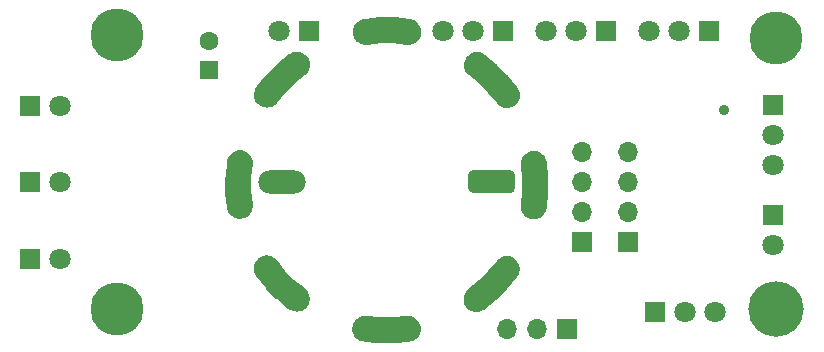
<source format=gbr>
%TF.GenerationSoftware,KiCad,Pcbnew,5.1.12-84ad8e8a86~92~ubuntu20.04.1*%
%TF.CreationDate,2021-11-09T18:46:58+01:00*%
%TF.ProjectId,VacuumPick,56616375-756d-4506-9963-6b2e6b696361,rev?*%
%TF.SameCoordinates,Original*%
%TF.FileFunction,Soldermask,Bot*%
%TF.FilePolarity,Negative*%
%FSLAX46Y46*%
G04 Gerber Fmt 4.6, Leading zero omitted, Abs format (unit mm)*
G04 Created by KiCad (PCBNEW 5.1.12-84ad8e8a86~92~ubuntu20.04.1) date 2021-11-09 18:46:58*
%MOMM*%
%LPD*%
G01*
G04 APERTURE LIST*
%ADD10C,0.880000*%
%ADD11C,4.700000*%
%ADD12C,4.500000*%
%ADD13C,0.100000*%
%ADD14O,4.000000X2.000000*%
%ADD15O,1.700000X1.700000*%
%ADD16R,1.700000X1.700000*%
%ADD17C,1.800000*%
%ADD18R,1.800000X1.800000*%
%ADD19C,1.600000*%
%ADD20R,1.600000X1.600000*%
G04 APERTURE END LIST*
D10*
%TO.C,G\u002A\u002A\u002A*%
X128788011Y-71880833D03*
%TD*%
D11*
%TO.C,H1*%
X133250000Y-88750000D03*
%TD*%
D12*
%TO.C,H4*%
X77400000Y-65500000D03*
%TD*%
%TO.C,H3*%
X77400000Y-88750000D03*
%TD*%
%TO.C,H2*%
X133250000Y-65750000D03*
%TD*%
D13*
%TO.C,M1*%
G36*
X107166911Y-87001900D02*
G01*
X108056832Y-86273583D01*
X108833315Y-85499882D01*
X109564820Y-84612585D01*
X109574672Y-84600803D01*
X109648107Y-84522336D01*
X109728850Y-84451411D01*
X109816127Y-84388702D01*
X109909106Y-84334809D01*
X110006902Y-84290248D01*
X110108579Y-84255440D01*
X110213166Y-84230723D01*
X110319668Y-84216328D01*
X110427065Y-84212396D01*
X110534334Y-84218961D01*
X110640450Y-84235964D01*
X110744401Y-84263241D01*
X110845193Y-84300531D01*
X110941867Y-84347479D01*
X111033496Y-84403636D01*
X111119208Y-84468466D01*
X111198186Y-84541352D01*
X111269674Y-84621596D01*
X111332991Y-84708434D01*
X111387530Y-84801035D01*
X111432774Y-84898518D01*
X111468289Y-84999949D01*
X111493737Y-85104362D01*
X111508875Y-85210760D01*
X111513557Y-85318128D01*
X111507740Y-85425439D01*
X111491478Y-85531671D01*
X111464929Y-85635810D01*
X111428343Y-85736860D01*
X111382072Y-85833859D01*
X111326555Y-85925878D01*
X111262325Y-86012041D01*
X110496598Y-86940848D01*
X110486746Y-86952630D01*
X110455239Y-86986297D01*
X110424265Y-87020332D01*
X109571557Y-87869985D01*
X109560602Y-87880750D01*
X109525977Y-87911165D01*
X109491814Y-87942031D01*
X108560265Y-88704418D01*
X108548311Y-88714062D01*
X108461034Y-88776771D01*
X108368053Y-88830664D01*
X108270258Y-88875226D01*
X108168581Y-88910032D01*
X108063992Y-88934749D01*
X107957491Y-88949144D01*
X107850095Y-88953077D01*
X107742825Y-88946510D01*
X107636709Y-88929508D01*
X107532759Y-88902232D01*
X107431967Y-88864941D01*
X107335294Y-88817994D01*
X107243664Y-88761837D01*
X107157951Y-88697006D01*
X107078974Y-88624121D01*
X107007486Y-88543876D01*
X106944170Y-88457039D01*
X106889629Y-88364437D01*
X106844386Y-88266955D01*
X106808871Y-88165523D01*
X106783423Y-88061109D01*
X106768286Y-87954712D01*
X106763602Y-87847345D01*
X106769420Y-87740033D01*
X106785681Y-87633801D01*
X106812231Y-87529663D01*
X106848817Y-87428612D01*
X106895088Y-87331614D01*
X106950605Y-87239594D01*
X107014835Y-87153431D01*
X107087168Y-87073947D01*
X107166911Y-87001900D01*
G37*
G36*
X93365765Y-68865198D02*
G01*
X92475844Y-69593515D01*
X91699361Y-70367216D01*
X90967856Y-71254513D01*
X90958004Y-71266295D01*
X90884569Y-71344762D01*
X90803826Y-71415687D01*
X90716549Y-71478396D01*
X90623570Y-71532289D01*
X90525774Y-71576850D01*
X90424097Y-71611658D01*
X90319510Y-71636375D01*
X90213008Y-71650770D01*
X90105611Y-71654702D01*
X89998342Y-71648137D01*
X89892226Y-71631134D01*
X89788275Y-71603857D01*
X89687483Y-71566567D01*
X89590809Y-71519619D01*
X89499180Y-71463462D01*
X89413468Y-71398632D01*
X89334490Y-71325746D01*
X89263002Y-71245502D01*
X89199685Y-71158664D01*
X89145146Y-71066063D01*
X89099902Y-70968580D01*
X89064387Y-70867149D01*
X89038939Y-70762736D01*
X89023801Y-70656338D01*
X89019119Y-70548970D01*
X89024936Y-70441659D01*
X89041198Y-70335427D01*
X89067747Y-70231288D01*
X89104333Y-70130238D01*
X89150604Y-70033239D01*
X89206121Y-69941220D01*
X89270351Y-69855057D01*
X90036078Y-68926250D01*
X90045930Y-68914468D01*
X90077437Y-68880801D01*
X90108411Y-68846766D01*
X90961119Y-67997113D01*
X90972074Y-67986348D01*
X91006699Y-67955933D01*
X91040862Y-67925067D01*
X91972411Y-67162680D01*
X91984365Y-67153036D01*
X92071642Y-67090327D01*
X92164623Y-67036434D01*
X92262418Y-66991872D01*
X92364095Y-66957066D01*
X92468684Y-66932349D01*
X92575185Y-66917954D01*
X92682581Y-66914021D01*
X92789851Y-66920588D01*
X92895967Y-66937590D01*
X92999917Y-66964866D01*
X93100709Y-67002157D01*
X93197382Y-67049104D01*
X93289012Y-67105261D01*
X93374725Y-67170092D01*
X93453702Y-67242977D01*
X93525190Y-67323222D01*
X93588506Y-67410059D01*
X93643047Y-67502661D01*
X93688290Y-67600143D01*
X93723805Y-67701575D01*
X93749253Y-67805989D01*
X93764390Y-67912386D01*
X93769074Y-68019753D01*
X93763256Y-68127065D01*
X93746995Y-68233297D01*
X93720445Y-68337435D01*
X93683859Y-68438486D01*
X93637588Y-68535484D01*
X93582071Y-68627504D01*
X93517841Y-68713667D01*
X93445508Y-68793151D01*
X93365765Y-68865198D01*
G37*
G36*
X109588689Y-71286976D02*
G01*
X108860372Y-70397055D01*
X108086671Y-69620572D01*
X107199374Y-68889067D01*
X107187592Y-68879215D01*
X107109125Y-68805780D01*
X107038200Y-68725037D01*
X106975491Y-68637760D01*
X106921598Y-68544781D01*
X106877037Y-68446985D01*
X106842229Y-68345308D01*
X106817512Y-68240721D01*
X106803117Y-68134219D01*
X106799185Y-68026822D01*
X106805750Y-67919553D01*
X106822753Y-67813437D01*
X106850030Y-67709486D01*
X106887320Y-67608694D01*
X106934268Y-67512020D01*
X106990425Y-67420391D01*
X107055255Y-67334679D01*
X107128141Y-67255701D01*
X107208385Y-67184213D01*
X107295223Y-67120896D01*
X107387824Y-67066357D01*
X107485307Y-67021113D01*
X107586738Y-66985598D01*
X107691151Y-66960150D01*
X107797549Y-66945012D01*
X107904917Y-66940330D01*
X108012228Y-66946147D01*
X108118460Y-66962409D01*
X108222599Y-66988958D01*
X108323649Y-67025544D01*
X108420648Y-67071815D01*
X108512667Y-67127332D01*
X108598830Y-67191562D01*
X109527637Y-67957289D01*
X109539419Y-67967141D01*
X109573086Y-67998648D01*
X109607121Y-68029622D01*
X110456774Y-68882330D01*
X110467539Y-68893285D01*
X110497954Y-68927910D01*
X110528820Y-68962073D01*
X111291207Y-69893622D01*
X111300851Y-69905576D01*
X111363560Y-69992853D01*
X111417453Y-70085834D01*
X111462015Y-70183629D01*
X111496821Y-70285306D01*
X111521538Y-70389895D01*
X111535933Y-70496396D01*
X111539866Y-70603792D01*
X111533299Y-70711062D01*
X111516297Y-70817178D01*
X111489021Y-70921128D01*
X111451730Y-71021920D01*
X111404783Y-71118593D01*
X111348626Y-71210223D01*
X111283795Y-71295936D01*
X111210910Y-71374913D01*
X111130665Y-71446401D01*
X111043828Y-71509717D01*
X110951226Y-71564258D01*
X110853744Y-71609501D01*
X110752312Y-71645016D01*
X110647898Y-71670464D01*
X110541501Y-71685601D01*
X110434134Y-71690285D01*
X110326822Y-71684467D01*
X110220590Y-71668206D01*
X110116452Y-71641656D01*
X110015401Y-71605070D01*
X109918403Y-71558799D01*
X109826383Y-71503282D01*
X109740220Y-71439052D01*
X109660736Y-71366719D01*
X109588689Y-71286976D01*
G37*
G36*
X90943987Y-84580122D02*
G01*
X91672304Y-85470043D01*
X92446005Y-86246526D01*
X93333302Y-86978031D01*
X93345084Y-86987883D01*
X93423551Y-87061318D01*
X93494476Y-87142061D01*
X93557185Y-87229338D01*
X93611078Y-87322317D01*
X93655639Y-87420113D01*
X93690447Y-87521790D01*
X93715164Y-87626377D01*
X93729559Y-87732879D01*
X93733491Y-87840276D01*
X93726926Y-87947545D01*
X93709923Y-88053661D01*
X93682646Y-88157612D01*
X93645356Y-88258404D01*
X93598408Y-88355078D01*
X93542251Y-88446707D01*
X93477421Y-88532419D01*
X93404535Y-88611397D01*
X93324291Y-88682885D01*
X93237453Y-88746202D01*
X93144852Y-88800741D01*
X93047369Y-88845985D01*
X92945938Y-88881500D01*
X92841525Y-88906948D01*
X92735127Y-88922086D01*
X92627759Y-88926768D01*
X92520448Y-88920951D01*
X92414216Y-88904689D01*
X92310077Y-88878140D01*
X92209027Y-88841554D01*
X92112028Y-88795283D01*
X92020009Y-88739766D01*
X91933846Y-88675536D01*
X91005039Y-87909809D01*
X90993257Y-87899957D01*
X90959590Y-87868450D01*
X90925555Y-87837476D01*
X90075902Y-86984768D01*
X90065137Y-86973813D01*
X90034722Y-86939188D01*
X90003856Y-86905025D01*
X89241469Y-85973476D01*
X89231825Y-85961522D01*
X89169116Y-85874245D01*
X89115223Y-85781264D01*
X89070661Y-85683469D01*
X89035855Y-85581792D01*
X89011138Y-85477203D01*
X88996743Y-85370702D01*
X88992810Y-85263306D01*
X88999377Y-85156036D01*
X89016379Y-85049920D01*
X89043655Y-84945970D01*
X89080946Y-84845178D01*
X89127893Y-84748505D01*
X89184050Y-84656875D01*
X89248881Y-84571162D01*
X89321766Y-84492185D01*
X89402011Y-84420697D01*
X89488848Y-84357381D01*
X89581450Y-84302840D01*
X89678932Y-84257597D01*
X89780364Y-84222082D01*
X89884778Y-84196634D01*
X89991175Y-84181497D01*
X90098542Y-84176813D01*
X90205854Y-84182631D01*
X90312086Y-84198892D01*
X90416224Y-84225442D01*
X90517275Y-84262028D01*
X90614273Y-84308299D01*
X90706293Y-84363816D01*
X90792456Y-84428046D01*
X90871940Y-84500379D01*
X90943987Y-84580122D01*
G37*
G36*
X101978794Y-66334568D02*
G01*
X100834527Y-66220297D01*
X99738381Y-66218330D01*
X98593715Y-66328491D01*
X98578417Y-66329856D01*
X98471006Y-66333414D01*
X98363761Y-66326472D01*
X98257705Y-66309100D01*
X98153851Y-66281461D01*
X98053189Y-66243819D01*
X97956680Y-66196535D01*
X97865248Y-66140058D01*
X97779761Y-66074929D01*
X97701039Y-66001768D01*
X97629831Y-65921275D01*
X97566819Y-65834217D01*
X97512602Y-65741425D01*
X97467699Y-65643786D01*
X97432538Y-65542230D01*
X97407455Y-65437730D01*
X97392689Y-65331280D01*
X97388382Y-65223896D01*
X97394573Y-65116605D01*
X97411205Y-65010430D01*
X97438119Y-64906386D01*
X97475057Y-64805463D01*
X97521667Y-64708627D01*
X97577503Y-64616802D01*
X97642034Y-64530863D01*
X97714644Y-64451632D01*
X97794638Y-64379865D01*
X97881254Y-64316246D01*
X97973665Y-64261382D01*
X98070988Y-64215799D01*
X98172295Y-64179929D01*
X98276619Y-64154118D01*
X98382963Y-64138609D01*
X99581179Y-64023294D01*
X99596477Y-64021929D01*
X99642561Y-64020402D01*
X99688530Y-64018237D01*
X100892281Y-64020398D01*
X100907639Y-64020532D01*
X100953630Y-64023509D01*
X100999612Y-64025840D01*
X102197406Y-64145456D01*
X102212678Y-64147089D01*
X102318734Y-64164462D01*
X102422589Y-64192101D01*
X102523251Y-64229742D01*
X102619759Y-64277027D01*
X102711192Y-64333505D01*
X102796678Y-64398634D01*
X102875400Y-64471794D01*
X102946608Y-64552288D01*
X103009621Y-64639346D01*
X103063838Y-64732137D01*
X103108740Y-64829776D01*
X103143901Y-64931331D01*
X103168984Y-65035832D01*
X103183750Y-65142283D01*
X103188058Y-65249666D01*
X103181866Y-65356957D01*
X103165234Y-65463131D01*
X103138321Y-65567177D01*
X103101382Y-65668099D01*
X103054772Y-65764935D01*
X102998935Y-65856761D01*
X102934404Y-65942699D01*
X102861796Y-66021930D01*
X102781801Y-66093698D01*
X102695185Y-66157317D01*
X102602775Y-66212180D01*
X102505451Y-66257763D01*
X102404144Y-66293633D01*
X102299820Y-66319444D01*
X102193476Y-66334953D01*
X102086125Y-66340010D01*
X101978794Y-66334568D01*
G37*
G36*
X88921357Y-76475093D02*
G01*
X88807086Y-77619360D01*
X88805119Y-78715506D01*
X88915280Y-79860172D01*
X88916645Y-79875470D01*
X88920203Y-79982881D01*
X88913261Y-80090126D01*
X88895889Y-80196182D01*
X88868250Y-80300036D01*
X88830608Y-80400698D01*
X88783324Y-80497207D01*
X88726847Y-80588639D01*
X88661718Y-80674126D01*
X88588557Y-80752848D01*
X88508064Y-80824056D01*
X88421006Y-80887068D01*
X88328214Y-80941285D01*
X88230575Y-80986188D01*
X88129019Y-81021349D01*
X88024519Y-81046432D01*
X87918069Y-81061198D01*
X87810685Y-81065505D01*
X87703394Y-81059314D01*
X87597219Y-81042682D01*
X87493175Y-81015768D01*
X87392252Y-80978830D01*
X87295416Y-80932220D01*
X87203591Y-80876384D01*
X87117652Y-80811853D01*
X87038421Y-80739243D01*
X86966654Y-80659249D01*
X86903035Y-80572633D01*
X86848171Y-80480222D01*
X86802588Y-80382899D01*
X86766718Y-80281592D01*
X86740907Y-80177268D01*
X86725398Y-80070924D01*
X86610083Y-78872708D01*
X86608718Y-78857410D01*
X86607191Y-78811326D01*
X86605026Y-78765357D01*
X86607187Y-77561606D01*
X86607321Y-77546248D01*
X86610298Y-77500257D01*
X86612629Y-77454275D01*
X86732245Y-76256481D01*
X86733878Y-76241209D01*
X86751251Y-76135153D01*
X86778890Y-76031298D01*
X86816531Y-75930636D01*
X86863816Y-75834128D01*
X86920294Y-75742695D01*
X86985423Y-75657209D01*
X87058583Y-75578487D01*
X87139077Y-75507279D01*
X87226135Y-75444266D01*
X87318926Y-75390049D01*
X87416565Y-75345147D01*
X87518120Y-75309986D01*
X87622621Y-75284903D01*
X87729072Y-75270137D01*
X87836455Y-75265829D01*
X87943746Y-75272021D01*
X88049920Y-75288653D01*
X88153966Y-75315566D01*
X88254888Y-75352505D01*
X88351724Y-75399115D01*
X88443550Y-75454952D01*
X88529488Y-75519483D01*
X88608719Y-75592091D01*
X88680487Y-75672086D01*
X88744106Y-75758702D01*
X88798969Y-75851112D01*
X88844552Y-75948436D01*
X88880422Y-76049743D01*
X88906233Y-76154067D01*
X88921742Y-76260411D01*
X88926799Y-76367762D01*
X88921357Y-76475093D01*
G37*
G36*
X111611319Y-79900005D02*
G01*
X111725590Y-78755738D01*
X111727557Y-77659592D01*
X111617396Y-76514926D01*
X111616031Y-76499628D01*
X111612473Y-76392217D01*
X111619415Y-76284972D01*
X111636787Y-76178916D01*
X111664426Y-76075062D01*
X111702068Y-75974400D01*
X111749352Y-75877891D01*
X111805829Y-75786459D01*
X111870958Y-75700972D01*
X111944119Y-75622250D01*
X112024612Y-75551042D01*
X112111670Y-75488030D01*
X112204462Y-75433813D01*
X112302101Y-75388910D01*
X112403657Y-75353749D01*
X112508157Y-75328666D01*
X112614607Y-75313900D01*
X112721991Y-75309593D01*
X112829282Y-75315784D01*
X112935457Y-75332416D01*
X113039501Y-75359330D01*
X113140424Y-75396268D01*
X113237260Y-75442878D01*
X113329085Y-75498714D01*
X113415024Y-75563245D01*
X113494255Y-75635855D01*
X113566022Y-75715849D01*
X113629641Y-75802465D01*
X113684505Y-75894876D01*
X113730088Y-75992199D01*
X113765958Y-76093506D01*
X113791769Y-76197830D01*
X113807278Y-76304174D01*
X113922593Y-77502390D01*
X113923958Y-77517688D01*
X113925485Y-77563772D01*
X113927650Y-77609741D01*
X113925489Y-78813492D01*
X113925355Y-78828850D01*
X113922378Y-78874841D01*
X113920047Y-78920823D01*
X113800431Y-80118617D01*
X113798798Y-80133889D01*
X113781425Y-80239945D01*
X113753786Y-80343800D01*
X113716145Y-80444462D01*
X113668860Y-80540970D01*
X113612382Y-80632403D01*
X113547253Y-80717889D01*
X113474093Y-80796611D01*
X113393599Y-80867819D01*
X113306541Y-80930832D01*
X113213750Y-80985049D01*
X113116111Y-81029951D01*
X113014556Y-81065112D01*
X112910055Y-81090195D01*
X112803604Y-81104961D01*
X112696221Y-81109269D01*
X112588930Y-81103077D01*
X112482756Y-81086445D01*
X112378710Y-81059532D01*
X112277788Y-81022593D01*
X112180952Y-80975983D01*
X112089126Y-80920146D01*
X112003188Y-80855615D01*
X111923957Y-80783007D01*
X111852189Y-80703012D01*
X111788570Y-80616396D01*
X111733707Y-80523986D01*
X111688124Y-80426662D01*
X111652254Y-80325355D01*
X111626443Y-80221031D01*
X111610934Y-80114687D01*
X111605877Y-80007336D01*
X111611319Y-79900005D01*
G37*
G36*
X98553882Y-89278530D02*
G01*
X99698149Y-89392801D01*
X100794295Y-89394768D01*
X101938961Y-89284607D01*
X101954259Y-89283242D01*
X102061670Y-89279684D01*
X102168915Y-89286626D01*
X102274971Y-89303998D01*
X102378825Y-89331637D01*
X102479487Y-89369279D01*
X102575996Y-89416563D01*
X102667428Y-89473040D01*
X102752915Y-89538169D01*
X102831637Y-89611330D01*
X102902845Y-89691823D01*
X102965857Y-89778881D01*
X103020074Y-89871673D01*
X103064977Y-89969312D01*
X103100138Y-90070868D01*
X103125221Y-90175368D01*
X103139987Y-90281818D01*
X103144294Y-90389202D01*
X103138103Y-90496493D01*
X103121471Y-90602668D01*
X103094557Y-90706712D01*
X103057619Y-90807635D01*
X103011009Y-90904471D01*
X102955173Y-90996296D01*
X102890642Y-91082235D01*
X102818032Y-91161466D01*
X102738038Y-91233233D01*
X102651422Y-91296852D01*
X102559011Y-91351716D01*
X102461688Y-91397299D01*
X102360381Y-91433169D01*
X102256057Y-91458980D01*
X102149713Y-91474489D01*
X100951497Y-91589804D01*
X100936199Y-91591169D01*
X100890115Y-91592696D01*
X100844146Y-91594861D01*
X99640395Y-91592700D01*
X99625037Y-91592566D01*
X99579046Y-91589589D01*
X99533064Y-91587258D01*
X98335270Y-91467642D01*
X98319998Y-91466009D01*
X98213942Y-91448636D01*
X98110087Y-91420997D01*
X98009425Y-91383356D01*
X97912917Y-91336071D01*
X97821484Y-91279593D01*
X97735998Y-91214464D01*
X97657276Y-91141304D01*
X97586068Y-91060810D01*
X97523055Y-90973752D01*
X97468838Y-90880961D01*
X97423936Y-90783322D01*
X97388775Y-90681767D01*
X97363692Y-90577266D01*
X97348926Y-90470815D01*
X97344618Y-90363432D01*
X97350810Y-90256141D01*
X97367442Y-90149967D01*
X97394355Y-90045921D01*
X97431294Y-89944999D01*
X97477904Y-89848163D01*
X97533741Y-89756337D01*
X97598272Y-89670399D01*
X97670880Y-89591168D01*
X97750875Y-89519400D01*
X97837491Y-89455781D01*
X97929901Y-89400918D01*
X98027225Y-89355335D01*
X98128532Y-89319465D01*
X98232856Y-89293654D01*
X98339200Y-89278145D01*
X98446551Y-89273088D01*
X98553882Y-89278530D01*
G37*
D14*
X91391338Y-77933549D03*
G36*
G01*
X111141338Y-77433549D02*
X111141338Y-78433549D01*
G75*
G02*
X110641338Y-78933549I-500000J0D01*
G01*
X107641338Y-78933549D01*
G75*
G02*
X107141338Y-78433549I0J500000D01*
G01*
X107141338Y-77433549D01*
G75*
G02*
X107641338Y-76933549I500000J0D01*
G01*
X110641338Y-76933549D01*
G75*
G02*
X111141338Y-77433549I0J-500000D01*
G01*
G37*
%TD*%
D15*
%TO.C,J14*%
X116800000Y-75420000D03*
X116800000Y-77960000D03*
X116800000Y-80500000D03*
D16*
X116800000Y-83040000D03*
%TD*%
D15*
%TO.C,J13*%
X120700000Y-75420000D03*
X120700000Y-77960000D03*
X120700000Y-80500000D03*
D16*
X120700000Y-83040000D03*
%TD*%
D15*
%TO.C,J9*%
X110420000Y-90400000D03*
X112960000Y-90400000D03*
D16*
X115500000Y-90400000D03*
%TD*%
D17*
%TO.C,J12*%
X105060000Y-65200000D03*
X107600000Y-65200000D03*
D18*
X110140000Y-65200000D03*
%TD*%
D17*
%TO.C,J11*%
X113760000Y-65200000D03*
X116300000Y-65200000D03*
D18*
X118840000Y-65200000D03*
%TD*%
D17*
%TO.C,J10*%
X122460000Y-65200000D03*
X125000000Y-65200000D03*
D18*
X127540000Y-65200000D03*
%TD*%
D17*
%TO.C,J8*%
X128040000Y-89000000D03*
X125500000Y-89000000D03*
D18*
X122960000Y-89000000D03*
%TD*%
D17*
%TO.C,J7*%
X133000000Y-76540000D03*
X133000000Y-74000000D03*
D18*
X133000000Y-71460000D03*
%TD*%
D17*
%TO.C,J6*%
X133000000Y-83270000D03*
D18*
X133000000Y-80730000D03*
%TD*%
D17*
%TO.C,J4*%
X72620000Y-84450000D03*
D18*
X70080000Y-84450000D03*
%TD*%
D17*
%TO.C,J3*%
X72620000Y-77950000D03*
D18*
X70080000Y-77950000D03*
%TD*%
D17*
%TO.C,J2*%
X72620000Y-71500000D03*
D18*
X70080000Y-71500000D03*
%TD*%
D17*
%TO.C,J1*%
X91130000Y-65200000D03*
D18*
X93670000Y-65200000D03*
%TD*%
D19*
%TO.C,C1*%
X85250000Y-66000000D03*
D20*
X85250000Y-68500000D03*
%TD*%
M02*

</source>
